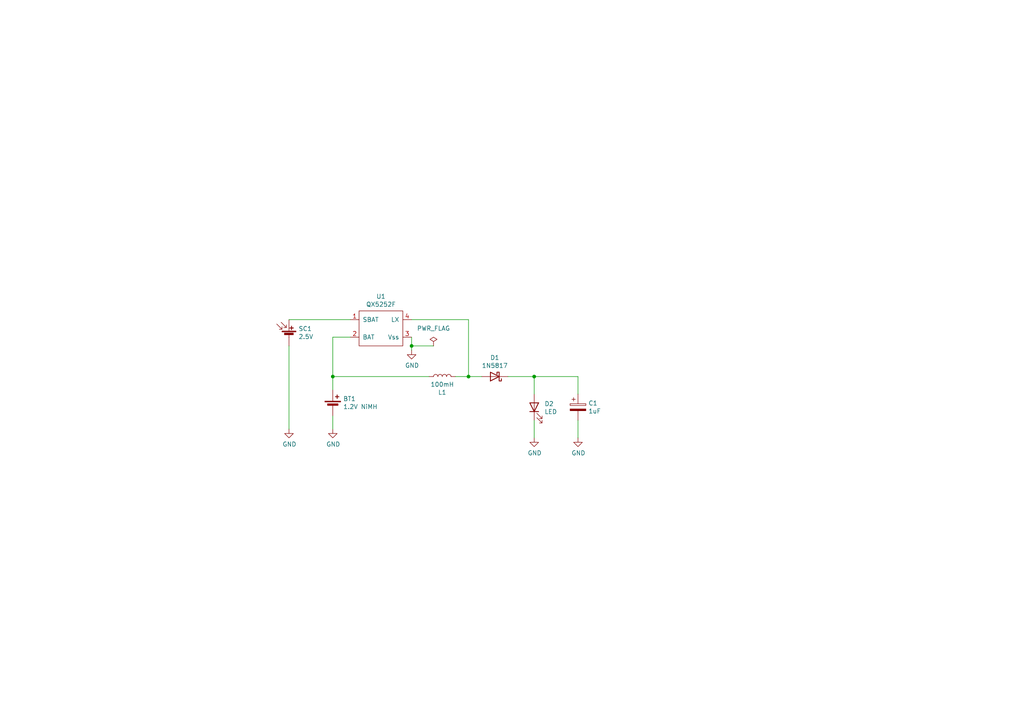
<source format=kicad_sch>
(kicad_sch (version 20230121) (generator eeschema)
  (paper "A4")
  (title_block (title "Solar Garden Light") (date "2024-01-14") (rev "1.1"))
  (lib_symbols
    (symbol "Device:Battery_Cell" (pin_numbers hide) (pin_names (offset 0) hide)
      (property "Reference" "BT" (at 2.54 2.54 0))
      (property "Value" "Battery_Cell" (at 2.54 0 0))
      (symbol "Battery_Cell_0_1"
        (rectangle (start -2.286 1.778) (end 2.286 1.524) (fill (type outline)))
        (rectangle (start -1.524 1.016) (end 1.524 0.508) (fill (type outline)))
        (polyline (pts (xy 0 0.762) (xy 0 0)))
        (polyline (pts (xy 0 1.778) (xy 0 2.54)))
        (polyline (pts (xy 0.762 3.048) (xy 1.778 3.048)) (stroke (width 0.254)))
        (polyline (pts (xy 1.27 3.556) (xy 1.27 2.54)) (stroke (width 0.254)))
      )
      (symbol "Battery_Cell_1_1"
        (pin passive line (at 0 5.08 270) (length 2.54) (name "+") (number "1"))
        (pin passive line (at 0 -2.54 90) (length 2.54) (name "-") (number "2"))
      )
    )
    (symbol "Device:L" (pin_numbers hide) (pin_names (offset 1.016) hide)
      (property "Reference" "L" (at -1.27 0 90))
      (property "Value" "L" (at 1.905 0 90))
      (symbol "L_0_1"
        (arc (start 0 -2.54) (mid 0.6323 -1.905) (end 0 -1.27))
        (arc (start 0 -1.27) (mid 0.6323 -0.635) (end 0 0))
        (arc (start 0 0) (mid 0.6323 0.635) (end 0 1.27))
        (arc (start 0 1.27) (mid 0.6323 1.905) (end 0 2.54))
      )
      (symbol "L_1_1"
        (pin passive line (at 0 3.81 270) (length 1.27) (name "1") (number "1"))
        (pin passive line (at 0 -3.81 90) (length 1.27) (name "2") (number "2"))
      )
    )
    (symbol "Device:LED" (pin_numbers hide) (pin_names (offset 1.016) hide)
      (property "Reference" "D" (at 0 2.54 0))
      (property "Value" "LED" (at 0 -2.54 0))
      (symbol "LED_0_1"
        (polyline (pts (xy -1.27 -1.27) (xy -1.27 1.27)) (stroke (width 0.254)))
        (polyline (pts (xy -1.27 0) (xy 1.27 0)))
        (polyline (pts (xy 1.27 -1.27) (xy 1.27 1.27) (xy -1.27 0) (xy 1.27 -1.27)) (stroke (width 0.254)))
        (polyline (pts (xy -3.048 -0.762) (xy -4.572 -2.286) (xy -3.81 -2.286) (xy -4.572 -2.286) (xy -4.572 -1.524)))
        (polyline (pts (xy -1.778 -0.762) (xy -3.302 -2.286) (xy -2.54 -2.286) (xy -3.302 -2.286) (xy -3.302 -1.524)))
      )
      (symbol "LED_1_1"
        (pin passive line (at -3.81 0 0) (length 2.54) (name "K") (number "1"))
        (pin passive line (at 3.81 0 180) (length 2.54) (name "A") (number "2"))
      )
    )
    (symbol "Device:Solar_Cell" (pin_numbers hide) (pin_names (offset 0) hide)
      (property "Reference" "SC" (at 2.54 2.54 0))
      (property "Value" "Solar_Cell" (at 2.54 0 0))
      (symbol "Solar_Cell_0_1"
        (rectangle (start -2.032 1.778) (end 2.032 1.524) (fill (type outline)))
        (rectangle (start -1.3208 1.1938) (end 1.27 0.6858) (fill (type outline)))
        (polyline (pts (xy -2.032 2.286) (xy -3.556 3.81)))
        (polyline (pts (xy -0.762 2.794) (xy -2.286 4.318)))
        (polyline (pts (xy 0 0.762) (xy 0 0)))
        (polyline (pts (xy 0 1.778) (xy 0 2.54)))
        (polyline (pts (xy 0.254 2.667) (xy 1.27 2.667)) (stroke (width 0.254)))
        (polyline (pts (xy 0.762 3.175) (xy 0.762 2.159)) (stroke (width 0.254)))
        (polyline (pts (xy -2.032 3.048) (xy -2.032 2.286) (xy -2.794 2.286)))
        (polyline (pts (xy -0.762 3.556) (xy -0.762 2.794) (xy -1.524 2.794)))
      )
      (symbol "Solar_Cell_1_1"
        (pin passive line (at 0 5.08 270) (length 2.54) (name "+") (number "1"))
        (pin passive line (at 0 -2.54 90) (length 2.54) (name "-") (number "2"))
      )
    )
    (symbol "Diode:1N5817" (pin_numbers hide) (pin_names (offset 1.016) hide)
      (property "Reference" "D" (at 0 2.54 0))
      (property "Value" "1N5817" (at 0 -2.54 0))
      (symbol "1N5817_0_1"
        (polyline (pts (xy 1.27 0) (xy -1.27 0)))
        (polyline (pts (xy 1.27 1.27) (xy 1.27 -1.27) (xy -1.27 0) (xy 1.27 1.27)) (stroke (width 0.254)))
        (polyline (pts (xy -1.905 0.635) (xy -1.905 1.27) (xy -1.27 1.27) (xy -1.27 -1.27) (xy -0.635 -1.27) (xy -0.635 -0.635)) (stroke (width 0.254)))
      )
      (symbol "1N5817_1_1"
        (pin passive line (at -3.81 0 0) (length 2.54) (name "K") (number "1"))
        (pin passive line (at 3.81 0 180) (length 2.54) (name "A") (number "2"))
      )
    )
    (symbol "gardenlight-rescue:CP-Device" (pin_numbers hide) (pin_names (offset 0.254))
      (property "Reference" "C" (at 0.635 2.54 0))
      (property "Value" "Device_CP" (at 0.635 -2.54 0))
      (symbol "CP-Device_0_1"
        (rectangle (start -2.286 0.508) (end 2.286 1.016))
        (polyline (pts (xy -1.778 2.286) (xy -0.762 2.286)))
        (polyline (pts (xy -1.27 2.794) (xy -1.27 1.778)))
        (rectangle (start 2.286 -0.508) (end -2.286 -1.016) (fill (type outline)))
      )
      (symbol "CP-Device_1_1"
        (pin passive line (at 0 3.81 270) (length 2.794) (name "~") (number "1"))
        (pin passive line (at 0 -3.81 90) (length 2.794) (name "~") (number "2"))
      )
    )
    (symbol "gardenlight:QX5252F" (pin_names (offset 1.016))
      (property "Reference" "U" (at 0 -6.35 0))
      (property "Value" "QX5252F" (at 0 6.35 0))
      (symbol "QX5252F_0_1"
        (rectangle (start -6.35 5.08) (end 6.35 -5.08))
      )
      (symbol "QX5252F_1_1"
        (pin input line (at -8.89 2.54 0) (length 2.54) (name "SBAT") (number "1"))
        (pin input line (at -8.89 -2.54 0) (length 2.54) (name "BAT") (number "2"))
        (pin input line (at 8.89 -2.54 180) (length 2.54) (name "Vss") (number "3"))
        (pin input line (at 8.89 2.54 180) (length 2.54) (name "LX") (number "4"))
      )
    )
    (symbol "power:GND" (power) (pin_names (offset 0))
      (property "Value" "GND" (at 0 -3.81 0))
      (symbol "GND_0_1"
        (polyline (pts (xy 0 0) (xy 0 -1.27) (xy 1.27 -1.27) (xy 0 -2.54) (xy -1.27 -1.27) (xy 0 -1.27)))
      )
      (symbol "GND_1_1"
        (pin power_in line (at 0 0 270) (length 0) hide (name "GND") (number "1"))
      )
    )
    (symbol "power:PWR_FLAG" (power) (pin_numbers hide) (pin_names (offset 0) hide)
      (property "Value" "PWR_FLAG" (at 0 3.81 0))
      (symbol "PWR_FLAG_0_0"
        (pin power_out line (at 0 0 90) (length 0) (name "pwr") (number "1"))
      )
      (symbol "PWR_FLAG_0_1"
        (polyline (pts (xy 0 0) (xy 0 1.27) (xy -1.016 1.905) (xy 0 2.54) (xy 1.016 1.905) (xy 0 1.27)))
      )
    )
  )
  (junction (at 154.94 109.22))
  (junction (at 96.52 109.22))
  (junction (at 119.38 100.33))
  (junction (at 135.89 109.22))
  (wire (pts (xy 119.38 100.33) (xy 119.38 101.6)))
  (wire (pts (xy 154.94 109.22) (xy 167.64 109.22)))
  (wire (pts (xy 135.89 92.71) (xy 135.89 109.22)))
  (wire (pts (xy 154.94 121.92) (xy 154.94 127)))
  (wire (pts (xy 167.64 109.22) (xy 167.64 114.3)))
  (wire (pts (xy 101.6 97.79) (xy 96.52 97.79)))
  (wire (pts (xy 96.52 120.65) (xy 96.52 124.46)))
  (wire (pts (xy 132.08 109.22) (xy 135.89 109.22)))
  (wire (pts (xy 167.64 121.92) (xy 167.64 127)))
  (wire (pts (xy 96.52 97.79) (xy 96.52 109.22)))
  (wire (pts (xy 119.38 100.33) (xy 125.73 100.33)))
  (wire (pts (xy 83.82 100.33) (xy 83.82 124.46)))
  (wire (pts (xy 96.52 109.22) (xy 96.52 113.03)))
  (wire (pts (xy 147.32 109.22) (xy 154.94 109.22)))
  (wire (pts (xy 124.46 109.22) (xy 96.52 109.22)))
  (wire (pts (xy 119.38 92.71) (xy 135.89 92.71)))
  (wire (pts (xy 119.38 97.79) (xy 119.38 100.33)))
  (wire (pts (xy 101.6 92.71) (xy 83.82 92.71)))
  (wire (pts (xy 135.89 109.22) (xy 139.7 109.22)))
  (wire (pts (xy 154.94 114.3) (xy 154.94 109.22)))
  (symbol (lib_id "gardenlight:QX5252F") (at 110.49 95.25 0) (unit 1)
    (property "Reference" "U1" (at 110.49 85.979 0))
    (property "Value" "QX5252F" (at 110.49 88.2904 0))
    (property "Footprint" "gardenlight:QX5252F" (effects hide))
  )
  (symbol (lib_id "Device:L") (at 128.27 109.22 90) (unit 1)
    (property "Reference" "L1" (at 128.27 113.8174 90))
    (property "Value" "100mH" (at 128.27 111.506 90))
    (property "Footprint" "Inductor_THT:L_Axial_L6.6mm_D2.7mm_P10.16mm_Horizontal_Vishay_IM-2" (effects hide))
  )
  (symbol (lib_id "Diode:1N5817") (at 143.51 109.22 180) (unit 1)
    (property "Reference" "D1" (at 143.51 103.7336 0))
    (property "Value" "1N5817" (at 143.51 106.045 0))
    (property "Footprint" "Diode_THT:D_DO-41_SOD81_P10.16mm_Horizontal" (effects hide))
    (property "Datasheet" "http://www.vishay.com/docs/88525/1n5817.pdf" (effects hide))
  )
  (symbol (lib_id "Device:LED") (at 154.94 118.11 90) (unit 1)
    (property "Reference" "D2" (at 157.9118 117.1194 90) (effects (justify right)))
    (property "Value" "LED" (at 157.9118 119.4308 90) (effects (justify right)))
    (property "Footprint" "LED_THT:LED_D5.0mm" (effects hide))
  )
  (symbol (lib_id "gardenlight-rescue:CP-Device") (at 167.64 118.11 0) (unit 1)
    (property "Reference" "C1" (at 170.6372 116.9416 0) (effects (justify left)))
    (property "Value" "1uF" (at 170.6372 119.253 0) (effects (justify left)))
    (property "Footprint" "Capacitor_THT:CP_Radial_D4.0mm_P1.50mm" (effects hide))
  )
  (symbol (lib_id "Device:Solar_Cell") (at 83.82 97.79 0) (unit 1)
    (property "Reference" "SC1" (at 86.5632 95.3516 0) (effects (justify left)))
    (property "Value" "2.5V" (at 86.5632 97.663 0) (effects (justify left)))
    (property "Footprint" "Connector_JST:JST_PH_B2B-PH-K_1x02_P2.00mm_Vertical" (effects hide))
  )
  (symbol (lib_id "Device:Battery_Cell") (at 96.52 118.11 0) (unit 1)
    (property "Reference" "BT1" (at 99.5172 115.6716 0) (effects (justify left)))
    (property "Value" "1.2V NiMH" (at 99.5172 117.983 0) (effects (justify left)))
    (property "Footprint" "Connector_JST:JST_PH_B2B-PH-K_1x02_P2.00mm_Vertical" (effects hide))
  )
  (symbol (lib_id "power:GND") (at 83.82 124.46 0) (unit 1)
    (property "Reference" "#PWR0101" (effects hide))
    (property "Value" "GND" (at 83.947 128.8542 0))
  )
  (symbol (lib_id "power:GND") (at 96.52 124.46 0) (unit 1)
    (property "Reference" "#PWR0102" (effects hide))
    (property "Value" "GND" (at 96.647 128.8542 0))
  )
  (symbol (lib_id "power:GND") (at 119.38 101.6 0) (unit 1)
    (property "Reference" "#PWR0103" (effects hide))
    (property "Value" "GND" (at 119.507 105.9942 0))
  )
  (symbol (lib_id "power:GND") (at 154.94 127 0) (unit 1)
    (property "Reference" "#PWR0104" (effects hide))
    (property "Value" "GND" (at 155.067 131.3942 0))
  )
  (symbol (lib_id "power:GND") (at 167.64 127 0) (unit 1)
    (property "Reference" "#PWR0105" (effects hide))
    (property "Value" "GND" (at 167.767 131.3942 0))
  )
  (symbol (lib_id "power:PWR_FLAG") (at 125.73 100.33 0) (unit 1)
    (property "Reference" "#FLG01" (effects hide))
    (property "Value" "PWR_FLAG" (at 125.73 95.25 0))
  )
)
</source>
